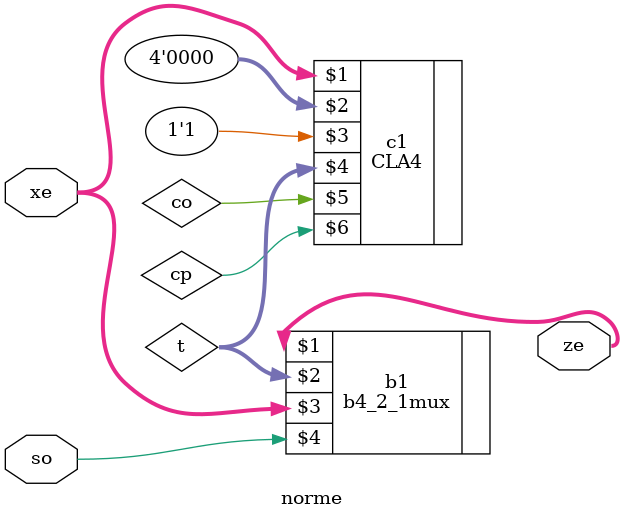
<source format=v>
`timescale 1ns/1ns

module norme (xe,so,ze);

    wire cp;
    input wire so;
    input wire [3:0] xe;
    output wire [3:0] ze;
    wire co;
    wire [3:0] t;
    CLA4 c1(xe,4'b0000,1'b1,t,co, cp);
    b4_2_1mux b1(ze,t,xe,so);
    
endmodule

</source>
